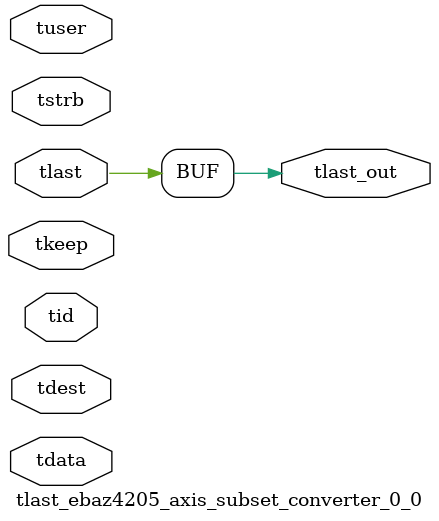
<source format=v>


`timescale 1ps/1ps

module tlast_ebaz4205_axis_subset_converter_0_0 #
(
parameter C_S_AXIS_TID_WIDTH   = 1,
parameter C_S_AXIS_TUSER_WIDTH = 0,
parameter C_S_AXIS_TDATA_WIDTH = 0,
parameter C_S_AXIS_TDEST_WIDTH = 0
)
(
input  [(C_S_AXIS_TID_WIDTH   == 0 ? 1 : C_S_AXIS_TID_WIDTH)-1:0       ] tid,
input  [(C_S_AXIS_TDATA_WIDTH == 0 ? 1 : C_S_AXIS_TDATA_WIDTH)-1:0     ] tdata,
input  [(C_S_AXIS_TUSER_WIDTH == 0 ? 1 : C_S_AXIS_TUSER_WIDTH)-1:0     ] tuser,
input  [(C_S_AXIS_TDEST_WIDTH == 0 ? 1 : C_S_AXIS_TDEST_WIDTH)-1:0     ] tdest,
input  [(C_S_AXIS_TDATA_WIDTH/8)-1:0 ] tkeep,
input  [(C_S_AXIS_TDATA_WIDTH/8)-1:0 ] tstrb,
input  [0:0]                                                             tlast,
output                                                                   tlast_out
);

assign tlast_out = {tlast};

endmodule


</source>
